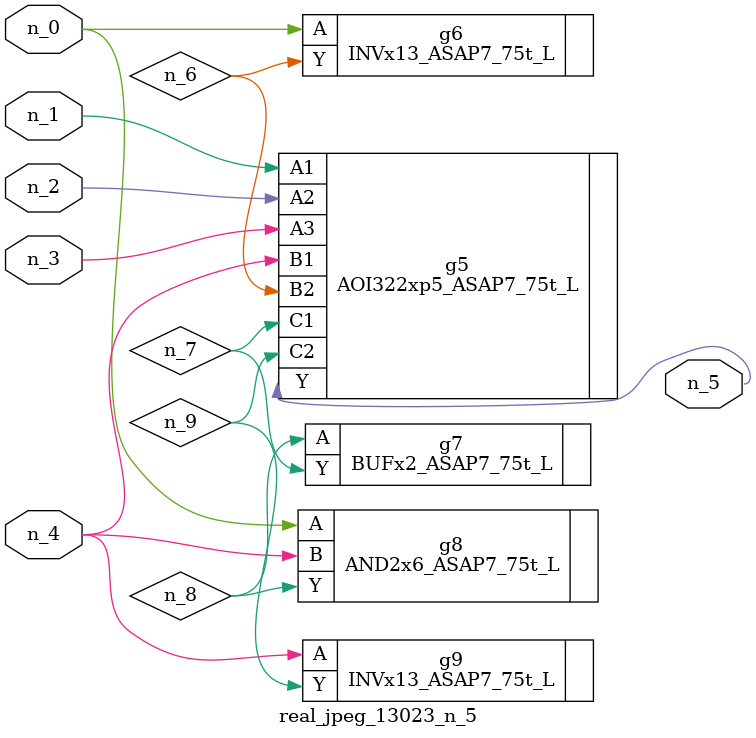
<source format=v>
module real_jpeg_13023_n_5 (n_4, n_0, n_1, n_2, n_3, n_5);

input n_4;
input n_0;
input n_1;
input n_2;
input n_3;

output n_5;

wire n_8;
wire n_6;
wire n_7;
wire n_9;

INVx13_ASAP7_75t_L g6 ( 
.A(n_0),
.Y(n_6)
);

AND2x6_ASAP7_75t_L g8 ( 
.A(n_0),
.B(n_4),
.Y(n_8)
);

AOI322xp5_ASAP7_75t_L g5 ( 
.A1(n_1),
.A2(n_2),
.A3(n_3),
.B1(n_4),
.B2(n_6),
.C1(n_7),
.C2(n_9),
.Y(n_5)
);

INVx13_ASAP7_75t_L g9 ( 
.A(n_4),
.Y(n_9)
);

BUFx2_ASAP7_75t_L g7 ( 
.A(n_8),
.Y(n_7)
);


endmodule
</source>
